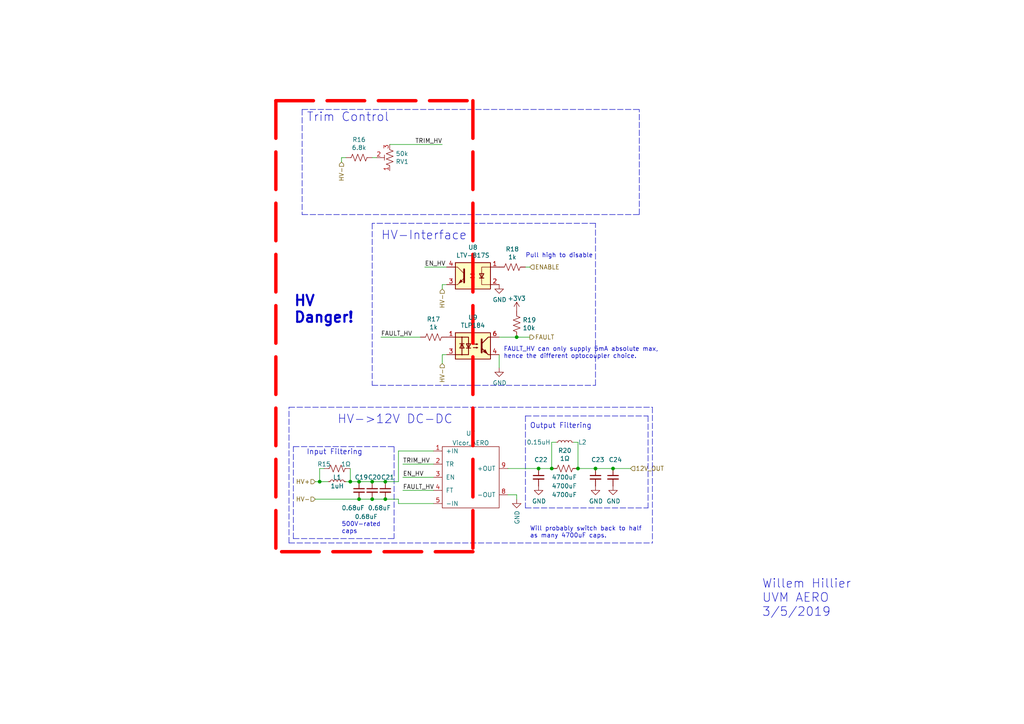
<source format=kicad_sch>
(kicad_sch (version 20211123) (generator eeschema)
  (paper "A4")
  (lib_symbols
    (symbol "AERO_Symbols:Vicor_AERO" (pin_names (offset 1.016))
      (property "Reference" "U7" (at 0.635 1.2995 0))
      (property "Value" "Vicor_AERO" (at 0.635 -1.4756 0))
      (symbol "Vicor_AERO_0_1"
        (rectangle (start -7.62 -2.54) (end 8.89 -20.32))
      )
      (symbol "Vicor_AERO_1_1"
        (pin input line (at -10.16 -3.81 0) (length 2.54) (name "+IN") (number "1"))
        (pin input line (at -10.16 -7.62 0) (length 2.54) (name "TR") (number "2"))
        (pin input line (at -10.16 -11.43 0) (length 2.54) (name "EN") (number "3"))
        (pin input line (at -10.16 -15.24 0) (length 2.54) (name "FT") (number "4"))
        (pin input line (at -10.16 -19.05 0) (length 2.54) (name "-IN") (number "5"))
        (pin output line (at 11.43 -16.51 180) (length 2.54) (name "-OUT") (number "8"))
        (pin output line (at 11.43 -8.89 180) (length 2.54) (name "+OUT") (number "9"))
      )
    )
    (symbol "Device:C_Small" (pin_numbers hide) (pin_names (offset 0.254) hide)
      (property "Reference" "C" (at 0.254 1.778 0))
      (property "Value" "C_Small" (at 0.254 -2.032 0))
      (symbol "C_Small_0_1"
        (polyline (pts (xy -1.524 -0.508) (xy 1.524 -0.508)) (stroke (width 0.3302)))
        (polyline (pts (xy -1.524 0.508) (xy 1.524 0.508)) (stroke (width 0.3048)))
      )
      (symbol "C_Small_1_1"
        (pin passive line (at 0 2.54 270) (length 2.032) (name "~") (number "1"))
        (pin passive line (at 0 -2.54 90) (length 2.032) (name "~") (number "2"))
      )
    )
    (symbol "Device:L_Small" (pin_numbers hide) (pin_names (offset 0.254) hide)
      (property "Reference" "L" (at 0.762 1.016 0))
      (property "Value" "L_Small" (at 0.762 -1.016 0))
      (symbol "L_Small_0_1"
        (arc (start 0 -2.032) (mid 0.508 -1.524) (end 0 -1.016))
        (arc (start 0 -1.016) (mid 0.508 -0.508) (end 0 0))
        (arc (start 0 0) (mid 0.508 0.508) (end 0 1.016))
        (arc (start 0 1.016) (mid 0.508 1.524) (end 0 2.032))
      )
      (symbol "L_Small_1_1"
        (pin passive line (at 0 2.54 270) (length 0.508) (name "~") (number "1"))
        (pin passive line (at 0 -2.54 90) (length 0.508) (name "~") (number "2"))
      )
    )
    (symbol "Device:R_POT_TRIM_US" (pin_names (offset 1.016) hide)
      (property "Reference" "RV" (at -4.445 0 90))
      (property "Value" "Device_R_POT_TRIM_US" (at -2.54 0 90))
      (symbol "R_POT_TRIM_US_0_1"
        (polyline (pts (xy 0 -2.286) (xy 0 -2.54)))
        (polyline (pts (xy 0 2.286) (xy 0 2.54)))
        (polyline (pts (xy 1.524 0.762) (xy 1.524 -0.762)))
        (polyline (pts (xy 2.54 0) (xy 1.524 0)))
        (polyline (pts (xy 0 -0.762) (xy 1.016 -1.143) (xy 0 -1.524) (xy -1.016 -1.905) (xy 0 -2.286)))
        (polyline (pts (xy 0 0.762) (xy 1.016 0.381) (xy 0 0) (xy -1.016 -0.381) (xy 0 -0.762)))
        (polyline (pts (xy 0 2.286) (xy 1.016 1.905) (xy 0 1.524) (xy -1.016 1.143) (xy 0 0.762)))
      )
      (symbol "R_POT_TRIM_US_1_1"
        (pin passive line (at 0 3.81 270) (length 1.27) (name "1") (number "1"))
        (pin passive line (at 3.81 0 180) (length 1.27) (name "2") (number "2"))
        (pin passive line (at 0 -3.81 90) (length 1.27) (name "3") (number "3"))
      )
    )
    (symbol "Device:R_US" (pin_numbers hide) (pin_names (offset 0))
      (property "Reference" "R" (at 2.54 0 90))
      (property "Value" "R_US" (at -2.54 0 90))
      (symbol "R_US_0_1"
        (polyline (pts (xy 0 -2.286) (xy 0 -2.54)))
        (polyline (pts (xy 0 2.286) (xy 0 2.54)))
        (polyline (pts (xy 0 -0.762) (xy 1.016 -1.143) (xy 0 -1.524) (xy -1.016 -1.905) (xy 0 -2.286)))
        (polyline (pts (xy 0 0.762) (xy 1.016 0.381) (xy 0 0) (xy -1.016 -0.381) (xy 0 -0.762)))
        (polyline (pts (xy 0 2.286) (xy 1.016 1.905) (xy 0 1.524) (xy -1.016 1.143) (xy 0 0.762)))
      )
      (symbol "R_US_1_1"
        (pin passive line (at 0 3.81 270) (length 1.27) (name "~") (number "1"))
        (pin passive line (at 0 -3.81 90) (length 1.27) (name "~") (number "2"))
      )
    )
    (symbol "Isolator:LTV-817S" (pin_names (offset 1.016))
      (property "Reference" "U" (at -3.81 5.08 0))
      (property "Value" "LTV-817S" (at 0 -5.08 0))
      (symbol "LTV-817S_1_1"
        (rectangle (start -5.08 3.81) (end 5.08 -3.81) (stroke (width 0.254)) (fill (type background)))
        (polyline (pts (xy -3.175 -0.635) (xy -1.905 -0.635)) (stroke (width 0.254)))
        (polyline (pts (xy 2.54 0.635) (xy 4.445 2.54)))
        (polyline (pts (xy 4.445 -2.54) (xy 2.54 -0.635)) (fill (type outline)))
        (polyline (pts (xy 4.445 -2.54) (xy 5.08 -2.54)))
        (polyline (pts (xy 4.445 2.54) (xy 5.08 2.54)))
        (polyline (pts (xy -5.08 2.54) (xy -2.54 2.54) (xy -2.54 -0.762)))
        (polyline (pts (xy -2.54 -0.635) (xy -2.54 -2.54) (xy -5.08 -2.54)))
        (polyline (pts (xy 2.54 1.905) (xy 2.54 -1.905) (xy 2.54 -1.905)) (stroke (width 0.508)))
        (polyline (pts (xy -2.54 -0.635) (xy -3.175 0.635) (xy -1.905 0.635) (xy -2.54 -0.635)) (stroke (width 0.254)))
        (polyline (pts (xy -0.508 -0.508) (xy 0.762 -0.508) (xy 0.381 -0.635) (xy 0.381 -0.381) (xy 0.762 -0.508)))
        (polyline (pts (xy -0.508 0.508) (xy 0.762 0.508) (xy 0.381 0.381) (xy 0.381 0.635) (xy 0.762 0.508)))
        (polyline (pts (xy 3.048 -1.651) (xy 3.556 -1.143) (xy 4.064 -2.159) (xy 3.048 -1.651) (xy 3.048 -1.651)) (fill (type outline)))
        (pin passive line (at -7.62 2.54 0) (length 2.54) (name "~") (number "1"))
        (pin passive line (at -7.62 -2.54 0) (length 2.54) (name "~") (number "2"))
        (pin passive line (at 7.62 -2.54 180) (length 2.54) (name "~") (number "3"))
        (pin passive line (at 7.62 2.54 180) (length 2.54) (name "~") (number "4"))
      )
    )
    (symbol "Isolator:TLP184"
      (property "Reference" "U" (at -5.08 5.08 0))
      (property "Value" "TLP184" (at -5.08 -5.08 0))
      (symbol "TLP184_0_1"
        (rectangle (start -5.08 3.81) (end 5.08 -3.81) (stroke (width 0.254)) (fill (type background)))
        (circle (center -3.175 -2.54) (radius 0.127))
        (circle (center -3.175 2.54) (radius 0.127))
        (polyline (pts (xy -3.81 0.635) (xy -2.54 0.635)) (stroke (width 0.254)))
        (polyline (pts (xy -1.905 -0.635) (xy -0.635 -0.635)) (stroke (width 0.254)))
        (polyline (pts (xy 2.54 1.905) (xy 2.54 -1.905) (xy 2.54 -1.905)) (stroke (width 0.508)))
        (polyline (pts (xy 5.08 -2.54) (xy 4.445 -2.54) (xy 2.54 -0.635)) (stroke (width 0.254)))
        (polyline (pts (xy 5.08 2.54) (xy 4.445 2.54) (xy 2.54 0.635)) (stroke (width 0.254)))
        (polyline (pts (xy -5.08 2.54) (xy -3.175 2.54) (xy -3.175 -2.54) (xy -5.08 -2.54)) (stroke (width 0.254)))
        (polyline (pts (xy -3.175 -2.54) (xy -1.27 -2.54) (xy -1.27 2.54) (xy -3.175 2.54)) (stroke (width 0.254)))
        (polyline (pts (xy -3.175 0.635) (xy -3.81 -0.635) (xy -2.54 -0.635) (xy -3.175 0.635)) (stroke (width 0.254)))
        (polyline (pts (xy -1.27 -0.635) (xy -1.905 0.635) (xy -0.635 0.635) (xy -1.27 -0.635)) (stroke (width 0.254)))
        (polyline (pts (xy 0.127 -0.508) (xy 1.397 -0.508) (xy 1.016 -0.635) (xy 1.016 -0.381) (xy 1.397 -0.508)) (stroke (width 0.254)))
        (polyline (pts (xy 0.127 0.508) (xy 1.397 0.508) (xy 1.016 0.381) (xy 1.016 0.635) (xy 1.397 0.508)) (stroke (width 0.254)))
        (polyline (pts (xy 3.048 -1.651) (xy 3.556 -1.143) (xy 4.064 -2.159) (xy 3.048 -1.651) (xy 3.048 -1.651)) (stroke (width 0.254)) (fill (type outline)))
      )
      (symbol "TLP184_1_1"
        (pin passive line (at -7.62 2.54 0) (length 2.54) (name "~") (number "1"))
        (pin passive line (at -7.62 -2.54 0) (length 2.54) (name "~") (number "3"))
        (pin passive line (at 7.62 -2.54 180) (length 2.54) (name "~") (number "4"))
        (pin passive line (at 7.62 2.54 180) (length 2.54) (name "~") (number "6"))
      )
    )
    (symbol "power:+3.3V" (power) (pin_names (offset 0))
      (property "Value" "+3.3V" (at 0 3.556 0))
      (symbol "+3.3V_0_1"
        (polyline (pts (xy -0.762 1.27) (xy 0 2.54)))
        (polyline (pts (xy 0 0) (xy 0 2.54)))
        (polyline (pts (xy 0 2.54) (xy 0.762 1.27)))
      )
      (symbol "+3.3V_1_1"
        (pin power_in line (at 0 0 90) (length 0) hide (name "+3V3") (number "1"))
      )
    )
    (symbol "power:GND" (power) (pin_names (offset 0))
      (property "Value" "GND" (at 0 -3.81 0))
      (symbol "GND_0_1"
        (polyline (pts (xy 0 0) (xy 0 -1.27) (xy 1.27 -1.27) (xy 0 -2.54) (xy -1.27 -1.27) (xy 0 -1.27)))
      )
      (symbol "GND_1_1"
        (pin power_in line (at 0 0 270) (length 0) hide (name "GND") (number "1"))
      )
    )
  )
  (junction (at 104.14 144.78))
  (junction (at 107.95 139.7))
  (junction (at 149.86 97.79))
  (junction (at 101.6 139.7))
  (junction (at 92.71 139.7))
  (junction (at 172.72 135.89))
  (junction (at 107.95 144.78))
  (junction (at 177.8 135.89))
  (junction (at 160.02 135.89))
  (junction (at 111.76 139.7))
  (junction (at 156.21 135.89))
  (junction (at 167.64 135.89))
  (junction (at 111.76 144.78))
  (junction (at 104.14 139.7))
  (wire (pts (xy 177.8 135.89) (xy 182.88 135.89)))
  (wire (pts (xy 111.76 144.78) (xy 115.57 144.78)))
  (polyline (pts (xy 137.16 160.02) (xy 80.01 160.02)) (stroke (width 0.9906) (color 253 0 0 1)))
  (wire (pts (xy 91.44 144.78) (xy 104.14 144.78)))
  (wire (pts (xy 92.71 139.7) (xy 95.25 139.7)))
  (polyline (pts (xy 83.82 157.48) (xy 189.23 157.48)))
  (wire (pts (xy 99.06 45.72) (xy 100.33 45.72)))
  (polyline (pts (xy 107.95 64.77) (xy 107.95 111.76)))
  (wire (pts (xy 93.98 135.89) (xy 92.71 135.89)))
  (wire (pts (xy 116.84 134.62) (xy 125.73 134.62)))
  (wire (pts (xy 144.78 102.87) (xy 144.78 106.68)))
  (wire (pts (xy 110.49 97.79) (xy 121.92 97.79)))
  (wire (pts (xy 167.64 128.27) (xy 167.64 135.89)))
  (polyline (pts (xy 87.63 62.23) (xy 185.42 62.23)))
  (wire (pts (xy 115.57 146.05) (xy 125.73 146.05)))
  (wire (pts (xy 116.84 138.43) (xy 125.73 138.43)))
  (wire (pts (xy 160.02 135.89) (xy 160.02 128.27)))
  (polyline (pts (xy 114.3 129.54) (xy 114.3 156.21)))
  (wire (pts (xy 144.78 97.79) (xy 149.86 97.79)))
  (wire (pts (xy 147.32 135.89) (xy 156.21 135.89)))
  (polyline (pts (xy 172.72 111.76) (xy 172.72 64.77)))
  (wire (pts (xy 149.86 143.51) (xy 149.86 144.78)))
  (wire (pts (xy 113.03 41.91) (xy 128.27 41.91)))
  (polyline (pts (xy 187.96 120.65) (xy 187.96 147.32)))
  (wire (pts (xy 115.57 130.81) (xy 125.73 130.81)))
  (polyline (pts (xy 152.4 120.65) (xy 187.96 120.65)))
  (wire (pts (xy 104.14 144.78) (xy 107.95 144.78)))
  (wire (pts (xy 109.22 45.72) (xy 107.95 45.72)))
  (wire (pts (xy 153.67 77.47) (xy 152.4 77.47)))
  (wire (pts (xy 128.27 82.55) (xy 129.54 82.55)))
  (wire (pts (xy 92.71 135.89) (xy 92.71 139.7)))
  (wire (pts (xy 115.57 139.7) (xy 115.57 130.81)))
  (wire (pts (xy 123.19 77.47) (xy 129.54 77.47)))
  (wire (pts (xy 100.33 139.7) (xy 101.6 139.7)))
  (polyline (pts (xy 83.82 157.48) (xy 83.82 118.11)))
  (wire (pts (xy 115.57 144.78) (xy 115.57 146.05)))
  (wire (pts (xy 116.84 142.24) (xy 125.73 142.24)))
  (polyline (pts (xy 189.23 118.11) (xy 189.23 157.48)))
  (wire (pts (xy 107.95 139.7) (xy 111.76 139.7)))
  (wire (pts (xy 99.06 46.99) (xy 99.06 45.72)))
  (polyline (pts (xy 80.01 29.21) (xy 80.01 160.02)) (stroke (width 0.9906) (color 255 0 0 1)))
  (wire (pts (xy 101.6 139.7) (xy 104.14 139.7)))
  (polyline (pts (xy 172.72 64.77) (xy 107.95 64.77)))
  (wire (pts (xy 172.72 135.89) (xy 177.8 135.89)))
  (polyline (pts (xy 85.09 156.21) (xy 114.3 156.21)))
  (wire (pts (xy 167.64 135.89) (xy 172.72 135.89)))
  (wire (pts (xy 107.95 144.78) (xy 111.76 144.78)))
  (polyline (pts (xy 87.63 31.75) (xy 87.63 62.23)))
  (polyline (pts (xy 185.42 62.23) (xy 185.42 31.75)))
  (wire (pts (xy 111.76 139.7) (xy 115.57 139.7)))
  (polyline (pts (xy 80.01 29.21) (xy 137.16 29.21)) (stroke (width 0.9906) (color 253 0 0 1)))
  (wire (pts (xy 101.6 135.89) (xy 101.6 139.7)))
  (wire (pts (xy 149.86 97.79) (xy 153.67 97.79)))
  (polyline (pts (xy 152.4 147.32) (xy 187.96 147.32)))
  (wire (pts (xy 104.14 139.7) (xy 107.95 139.7)))
  (wire (pts (xy 160.02 128.27) (xy 161.29 128.27)))
  (wire (pts (xy 128.27 83.82) (xy 128.27 82.55)))
  (wire (pts (xy 156.21 135.89) (xy 160.02 135.89)))
  (polyline (pts (xy 83.82 118.11) (xy 189.23 118.11)))
  (wire (pts (xy 129.54 102.87) (xy 128.27 102.87)))
  (wire (pts (xy 128.27 102.87) (xy 128.27 105.41)))
  (polyline (pts (xy 152.4 120.65) (xy 152.4 147.32)))
  (wire (pts (xy 166.37 128.27) (xy 167.64 128.27)))
  (polyline (pts (xy 85.09 129.54) (xy 114.3 129.54)))
  (polyline (pts (xy 107.95 111.76) (xy 172.72 111.76)))
  (wire (pts (xy 147.32 143.51) (xy 149.86 143.51)))
  (wire (pts (xy 92.71 139.7) (xy 91.44 139.7)))
  (polyline (pts (xy 87.63 31.75) (xy 185.42 31.75)))
  (polyline (pts (xy 137.16 29.21) (xy 137.16 160.02)) (stroke (width 0.9906) (color 255 0 0 1)))
  (polyline (pts (xy 85.09 156.21) (xy 85.09 129.54)))
  (text "Output Filtering" (at 153.67 124.46 0) (effects (font (size 1.4986 1.4986)) (justify left bottom)))
  (text "500V-rated\ncaps" (at 99.06 154.94 0) (effects (font (size 1.27 1.27)) (justify left bottom)))
  (text "Willem Hillier\nUVM AERO\n3/5/2019" (at 220.98 179.07 0) (effects (font (size 2.54 2.54)) (justify left bottom)))
  (text "Input Filtering" (at 88.9 132.08 0) (effects (font (size 1.4986 1.4986)) (justify left bottom)))
  (text "Trim Control" (at 88.9 35.56 0) (effects (font (size 2.54 2.54)) (justify left bottom)))
  (text "HV-Interface" (at 110.49 69.85 0) (effects (font (size 2.54 2.54)) (justify left bottom)))
  (text "Pull high to disable" (at 152.4 74.93 0) (effects (font (size 1.27 1.27)) (justify left bottom)))
  (text "HV->12V DC-DC" (at 97.79 123.19 0) (effects (font (size 2.54 2.54)) (justify left bottom)))
  (text "HV\nDanger!" (at 85.09 93.98 0) (effects (font (size 2.9972 2.9972) (thickness 0.5994) bold) (justify left bottom)))
  (text "Will probably switch back to half\nas many 4700uF caps." (at 153.67 156.21 0) (effects (font (size 1.27 1.27)) (justify left bottom)))
  (text "FAULT_HV can only supply 5mA absolute max, \nhence the different optocoupler choice." (at 146.05 104.14 0) (effects (font (size 1.27 1.27)) (justify left bottom)))
  (label "EN_HV" (at 123.19 77.47 0))
  (label "TRIM_HV" (at 128.27 41.91 180))
  (label "FAULT_HV" (at 110.49 97.79 0))
  (label "FAULT_HV" (at 116.84 142.24 0))
  (label "EN_HV" (at 116.84 138.43 0))
  (label "TRIM_HV" (at 116.84 134.62 0))
  (hierarchical_label "HV-" (shape input) (at 128.27 105.41 270))
  (hierarchical_label "12V_OUT" (shape input) (at 182.88 135.89 0))
  (hierarchical_label "HV-" (shape input) (at 128.27 83.82 270))
  (hierarchical_label "HV+" (shape input) (at 91.44 139.7 180))
  (hierarchical_label "HV-" (shape input) (at 99.06 46.99 270))
  (hierarchical_label "ENABLE" (shape input) (at 153.67 77.47 0))
  (hierarchical_label "HV-" (shape input) (at 91.44 144.78 180))
  (hierarchical_label "FAULT" (shape output) (at 153.67 97.79 0))
  (symbol (lib_id "Device:R_US") (at 104.14 45.72 270) (unit 1)
    (property "Reference" "R16" (at 104.14 40.513 90))
    (property "Value" "6.8k" (at 104.14 42.8244 90))
    (property "Footprint" "Resistor_SMD:R_0603_1608Metric_Pad0.98x0.95mm_HandSolder" (effects hide))
  )
  (symbol (lib_id "Isolator:LTV-817S") (at 137.16 80.01 0) (mirror y) (unit 1)
    (property "Reference" "U8" (at 137.16 71.755 0))
    (property "Value" "LTV-817S" (at 137.16 74.0664 0))
    (property "Footprint" "Package_DIP:SMDIP-4_W9.53mm_Clearance8mm" (effects hide))
    (property "Datasheet" "http://www.us.liteon.com/downloads/LTV-817-827-847.PDF" (effects hide))
  )
  (symbol (lib_id "Isolator:TLP184") (at 137.16 100.33 0) (unit 1)
    (property "Reference" "U9" (at 137.16 92.075 0))
    (property "Value" "TLP184" (at 137.16 94.3864 0))
    (property "Footprint" "Package_SO:MFSOP6-4_4.4x3.6mm_P1.27mm" (effects hide))
    (property "Datasheet" "https://toshiba.semicon-storage.com/info/docget.jsp?did=11793&prodName=TLP184" (effects hide))
  )
  (symbol (lib_id "Device:C_Small") (at 172.72 138.43 0) (unit 1)
    (property "Reference" "C23" (at 171.45 133.35 0) (effects (justify left)))
    (property "Value" "4700uF" (at 160.02 138.43 0) (effects (justify left)))
    (property "Footprint" "Capacitor_THT:C_Radial_D8.0mm_H7.0mm_P3.50mm" (effects hide))
  )
  (symbol (lib_id "power:GND") (at 172.72 140.97 0) (unit 1)
    (property "Reference" "#PWR047" (effects hide))
    (property "Value" "GND" (at 172.847 145.3642 0))
  )
  (symbol (lib_id "power:GND") (at 149.86 144.78 0) (unit 1)
    (property "Reference" "#PWR045" (effects hide))
    (property "Value" "GND" (at 149.987 148.0312 90) (effects (justify right)))
  )
  (symbol (lib_id "Device:R_US") (at 97.79 135.89 270) (unit 1)
    (property "Reference" "R15" (at 93.98 134.62 90))
    (property "Value" "1Ω" (at 100.33 134.62 90))
    (property "Footprint" "Resistor_SMD:R_2512_6332Metric_Pad1.40x3.35mm_HandSolder" (effects hide))
  )
  (symbol (lib_id "Device:L_Small") (at 97.79 139.7 90) (unit 1)
    (property "Reference" "L1" (at 97.79 138.43 90))
    (property "Value" "1uH" (at 97.79 140.97 90))
    (property "Footprint" "Inductor_SMD:L_Murata_LQH55DN_5.7x5.0mm" (effects hide))
  )
  (symbol (lib_id "Device:C_Small") (at 104.14 142.24 0) (unit 1)
    (property "Reference" "C19" (at 102.87 138.43 0) (effects (justify left)))
    (property "Value" "0.68uF" (at 99.06 147.32 0) (effects (justify left)))
    (property "Footprint" "Capacitor_THT:C_Radial_D8.0mm_H7.0mm_P3.50mm" (effects hide))
  )
  (symbol (lib_id "Device:C_Small") (at 107.95 142.24 0) (unit 1)
    (property "Reference" "C20" (at 106.68 138.43 0) (effects (justify left)))
    (property "Value" "0.68uF" (at 102.87 149.86 0) (effects (justify left)))
    (property "Footprint" "Capacitor_THT:C_Radial_D8.0mm_H7.0mm_P3.50mm" (effects hide))
  )
  (symbol (lib_id "Device:C_Small") (at 111.76 142.24 0) (unit 1)
    (property "Reference" "C21" (at 110.49 138.43 0) (effects (justify left)))
    (property "Value" "0.68uF" (at 106.68 147.32 0) (effects (justify left)))
    (property "Footprint" "Capacitor_THT:C_Radial_D8.0mm_H7.0mm_P3.50mm" (effects hide))
  )
  (symbol (lib_id "Device:R_US") (at 125.73 97.79 270) (unit 1)
    (property "Reference" "R17" (at 125.73 92.583 90))
    (property "Value" "1k" (at 125.73 94.8944 90))
    (property "Footprint" "Resistor_SMD:R_0603_1608Metric_Pad0.98x0.95mm_HandSolder" (effects hide))
  )
  (symbol (lib_id "power:GND") (at 144.78 106.68 0) (unit 1)
    (property "Reference" "#PWR043" (effects hide))
    (property "Value" "GND" (at 144.907 111.0742 0))
  )
  (symbol (lib_id "Device:R_US") (at 149.86 93.98 180) (unit 1)
    (property "Reference" "R19" (at 151.5872 92.8116 0) (effects (justify right)))
    (property "Value" "10k" (at 151.5872 95.123 0) (effects (justify right)))
    (property "Footprint" "Resistor_SMD:R_0603_1608Metric_Pad0.98x0.95mm_HandSolder" (effects hide))
  )
  (symbol (lib_id "power:GND") (at 144.78 82.55 0) (unit 1)
    (property "Reference" "#PWR042" (effects hide))
    (property "Value" "GND" (at 144.907 86.9442 0))
  )
  (symbol (lib_id "Device:R_US") (at 148.59 77.47 270) (unit 1)
    (property "Reference" "R18" (at 148.59 72.263 90))
    (property "Value" "1k" (at 148.59 74.5744 90))
    (property "Footprint" "Resistor_SMD:R_0603_1608Metric_Pad0.98x0.95mm_HandSolder" (effects hide))
  )
  (symbol (lib_id "Device:R_POT_TRIM_US") (at 113.03 45.72 180) (unit 1)
    (property "Reference" "RV1" (at 114.7572 46.8884 0) (effects (justify right)))
    (property "Value" "50k" (at 114.7572 44.577 0) (effects (justify right)))
    (property "Footprint" "Potentiometer_THT:Potentiometer_ACP_CA9-V10_Vertical" (effects hide))
  )
  (symbol (lib_id "Device:L_Small") (at 163.83 128.27 90) (unit 1)
    (property "Reference" "L2" (at 168.91 128.27 90))
    (property "Value" "0.15uH" (at 156.21 128.27 90))
    (property "Footprint" "Inductor_SMD:L_Murata_LQH55DN_5.7x5.0mm" (effects hide))
  )
  (symbol (lib_id "Device:R_US") (at 163.83 135.89 270) (unit 1)
    (property "Reference" "R20" (at 163.83 130.683 90))
    (property "Value" "1Ω" (at 163.83 132.9944 90))
    (property "Footprint" "Resistor_SMD:R_2512_6332Metric_Pad1.40x3.35mm_HandSolder" (effects hide))
  )
  (symbol (lib_id "Device:C_Small") (at 156.21 138.43 0) (unit 1)
    (property "Reference" "C22" (at 154.94 133.35 0) (effects (justify left)))
    (property "Value" "4700uF" (at 160.02 143.51 0) (effects (justify left)))
    (property "Footprint" "Capacitor_THT:C_Radial_D8.0mm_H7.0mm_P3.50mm" (effects hide))
  )
  (symbol (lib_id "power:GND") (at 156.21 140.97 0) (unit 1)
    (property "Reference" "#PWR046" (effects hide))
    (property "Value" "GND" (at 156.337 145.3642 0))
  )
  (symbol (lib_id "Device:C_Small") (at 177.8 138.43 0) (unit 1)
    (property "Reference" "C24" (at 176.53 133.35 0) (effects (justify left)))
    (property "Value" "4700uF" (at 160.02 140.97 0) (effects (justify left)))
    (property "Footprint" "Capacitor_THT:C_Radial_D8.0mm_H7.0mm_P3.50mm" (effects hide))
  )
  (symbol (lib_id "power:GND") (at 177.8 140.97 0) (unit 1)
    (property "Reference" "#PWR048" (effects hide))
    (property "Value" "GND" (at 177.927 145.3642 0))
  )
  (symbol (lib_id "AERO_Symbols:Vicor_AERO") (at 135.89 127 0) (unit 1)
    (property "Reference" "U7" (at 136.525 125.7005 0))
    (property "Value" "Vicor_AERO" (at 136.525 128.4756 0))
    (property "Footprint" "AERO_Footprints:vicor-socket-no-cutouts" (effects hide))
  )
  (symbol (lib_id "power:+3.3V") (at 149.86 90.17 0) (unit 1)
    (property "Reference" "#PWR0105" (effects hide))
    (property "Value" "+3.3V" (at 149.86 86.5655 0))
  )
)
</source>
